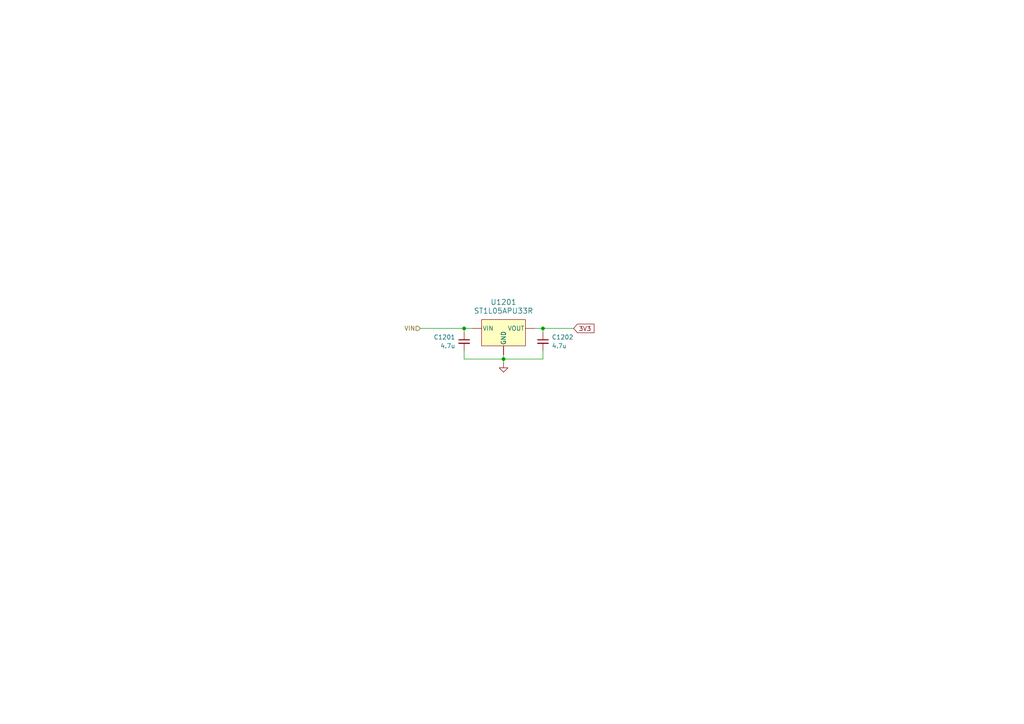
<source format=kicad_sch>
(kicad_sch (version 20250114) (generator "eeschema") (generator_version "9.0")
  (paper "A4")
  (lib_symbols
    (symbol "Device:C_Small" (pin_numbers (hide yes)) (pin_names (offset 0.254) (hide yes))
      (property "Reference" "C" (at 0.254 1.778 0))
      (property "Value" "C_Small" (at 0.254 -2.032 0))
      (symbol "C_Small_0_1"
        (polyline (pts (xy -1.524 0.508) (xy 1.524 0.508)) (stroke (width 0.3048)))
        (polyline (pts (xy -1.524 -0.508) (xy 1.524 -0.508)) (stroke (width 0.3302)))
      )
      (symbol "C_Small_1_1"
        (pin passive line (at 0 2.54 270) (length 2.032) (name "~") (number "1"))
        (pin passive line (at 0 -2.54 90) (length 2.032) (name "~") (number "2"))
      )
    )
    (symbol "ST1L05APU33R:ST1L05APU33R" (pin_numbers (hide yes)) (pin_names (offset 0.254))
      (property "Reference" "U" (at 9.144 6.604 0))
      (property "Value" "ST1L05APU33R" (at 9.144 4.064 0))
      (symbol "ST1L05APU33R_0_1"
        (pin power_out line (at 8.89 -7.62 90) (length 2.54) (name "GND") (number "6"))
        (pin power_out line (at 8.89 -7.62 90) (length 2.54) (name "GND") (number "7"))
      )
      (symbol "ST1L05APU33R_1_1"
        (rectangle (start 2.54 2.54) (end 15.24 -5.08) (fill (type background)))
        (pin power_in line (at 0 0 0) (length 2.54) (name "VIN") (number "3"))
        (pin power_out line (at 17.78 0 180) (length 2.54) (name "VOUT") (number "2"))
        (pin no_connect line (at 17.78 -3.81 180) (length 2.54) (hide yes) (name "NC") (number "1"))
        (pin no_connect line (at 17.78 -3.81 180) (length 2.54) (hide yes) (name "NC") (number "4"))
        (pin no_connect line (at 17.78 -3.81 180) (length 2.54) (hide yes) (name "NC") (number "5"))
      )
    )
    (symbol "power:GND" (power) (pin_numbers (hide yes)) (pin_names (offset 0) (hide yes))
      (property "Value" "GND" (at 0 -3.81 0))
      (symbol "GND_0_1"
        (polyline (pts (xy 0 0) (xy 0 -1.27) (xy 1.27 -1.27) (xy 0 -2.54) (xy -1.27 -1.27) (xy 0 -1.27)))
      )
      (symbol "GND_1_1"
        (pin power_in line (at 0 0 270) (length 0) (name "~") (number "1"))
      )
    )
  )
  (junction (at 134.62 95.25))
  (junction (at 157.48 95.25))
  (junction (at 146.05 104.14))
  (wire (pts (xy 137.16 95.25) (xy 134.62 95.25)))
  (wire (pts (xy 121.92 95.25) (xy 134.62 95.25)))
  (wire (pts (xy 157.48 95.25) (xy 154.94 95.25)))
  (wire (pts (xy 157.48 101.6) (xy 157.48 104.14)))
  (wire (pts (xy 134.62 104.14) (xy 146.05 104.14)))
  (wire (pts (xy 134.62 95.25) (xy 134.62 96.52)))
  (wire (pts (xy 146.05 102.87) (xy 146.05 104.14)))
  (wire (pts (xy 146.05 104.14) (xy 146.05 105.41)))
  (wire (pts (xy 157.48 96.52) (xy 157.48 95.25)))
  (wire (pts (xy 146.05 104.14) (xy 157.48 104.14)))
  (wire (pts (xy 134.62 101.6) (xy 134.62 104.14)))
  (wire (pts (xy 157.48 95.25) (xy 166.37 95.25)))
  (global_label "3V3" (shape input) (at 166.37 95.25 0) (property "Intersheetrefs" "${INTERSHEET_REFS}" (effects (hide yes))))
  (hierarchical_label "VIN" (shape input) (at 121.92 95.25 180))
  (symbol (lib_id "Device:C_Small") (at 157.48 99.06 0) (unit 1)
    (property "Reference" "C1202" (at 160.02 97.7962 0) (effects (justify left)))
    (property "Value" "4.7u" (at 160.02 100.3362 0) (effects (justify left)))
    (property "Description" "Unpolarized capacitor, small symbol" (effects (hide yes)))
  )
  (symbol (lib_id "power:GND") (at 146.05 105.41 0) (unit 1)
    (property "Reference" "#PWR01201" (effects (hide yes)))
    (property "Value" "GND" (effects (hide yes)))
    (property "Description" "Power symbol creates a global label with name \"GND\" , ground" (effects (hide yes)))
  )
  (symbol (lib_id "ST1L05APU33R:ST1L05APU33R") (at 137.16 95.25 0) (unit 1)
    (property "Reference" "U1201" (at 146.05 87.63 0) (effects (font (size 1.524 1.524))))
    (property "Value" "ST1L05APU33R" (at 146.05 90.17 0) (effects (font (size 1.524 1.524))))
    (property "Footprint" "DFN_5APU33R_STM" (effects (hide yes)))
    (property "Datasheet" "ST1L05APU33R" (effects (hide yes)))
  )
  (symbol (lib_id "Device:C_Small") (at 134.62 99.06 0) (mirror y) (unit 1)
    (property "Reference" "C1201" (at 132.08 97.7962 0) (effects (justify left)))
    (property "Value" "4.7u" (at 132.08 100.3362 0) (effects (justify left)))
    (property "Description" "Unpolarized capacitor, small symbol" (effects (hide yes)))
  )
)
</source>
